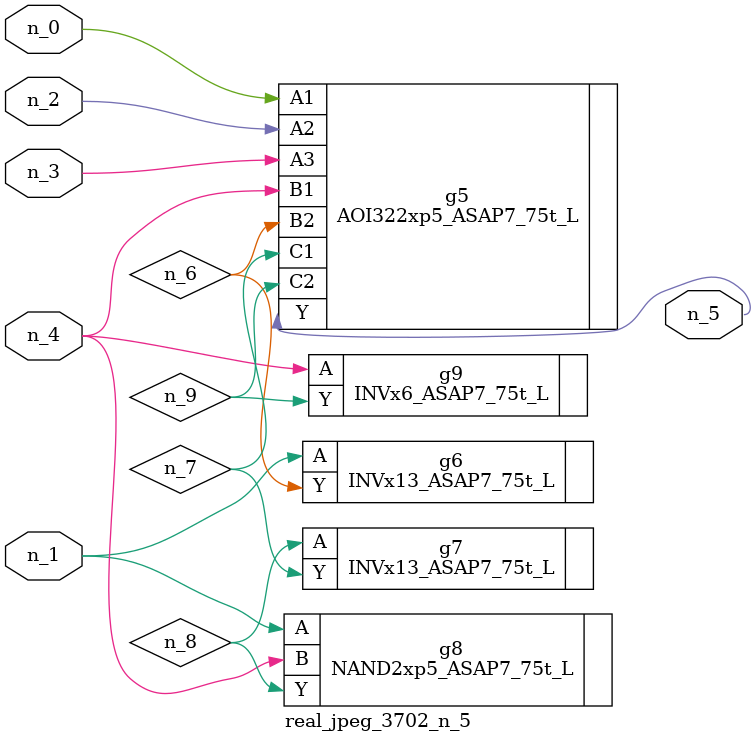
<source format=v>
module real_jpeg_3702_n_5 (n_4, n_0, n_1, n_2, n_3, n_5);

input n_4;
input n_0;
input n_1;
input n_2;
input n_3;

output n_5;

wire n_8;
wire n_6;
wire n_7;
wire n_9;

AOI322xp5_ASAP7_75t_L g5 ( 
.A1(n_0),
.A2(n_2),
.A3(n_3),
.B1(n_4),
.B2(n_6),
.C1(n_7),
.C2(n_9),
.Y(n_5)
);

INVx13_ASAP7_75t_L g6 ( 
.A(n_1),
.Y(n_6)
);

NAND2xp5_ASAP7_75t_L g8 ( 
.A(n_1),
.B(n_4),
.Y(n_8)
);

INVx6_ASAP7_75t_L g9 ( 
.A(n_4),
.Y(n_9)
);

INVx13_ASAP7_75t_L g7 ( 
.A(n_8),
.Y(n_7)
);


endmodule
</source>
